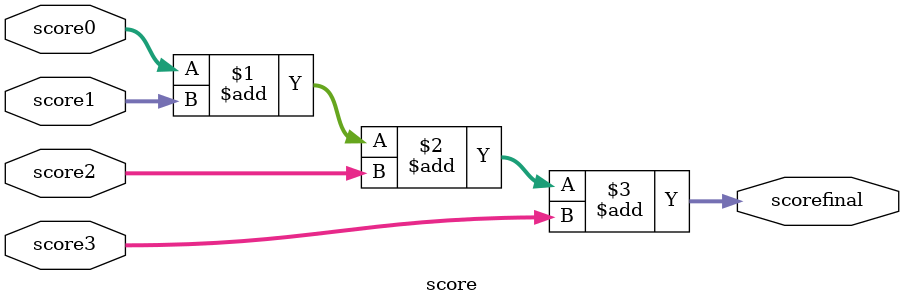
<source format=v>
`timescale 1ns / 1ps
module score(
input [3:0]score0,
input [3:0]score1,
input [3:0]score2,
input [3:0]score3,
output [3:0]scorefinal
    );

assign scorefinal=score0+score1+score2+score3;

endmodule

</source>
